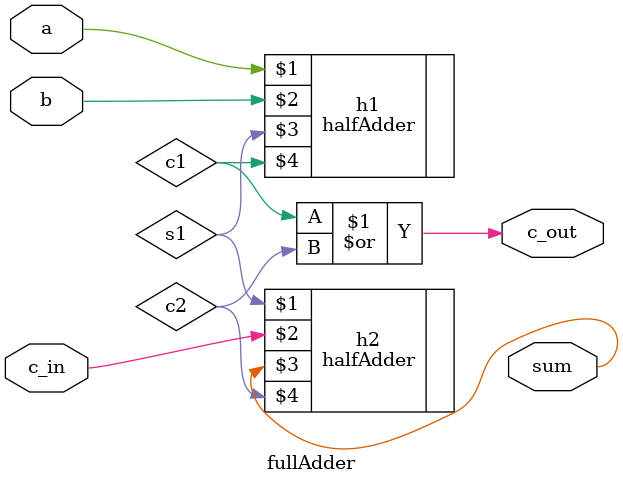
<source format=v>
`timescale 1ns / 1ps
module fullAdder(
	input a, b, c_in,
	output sum, c_out
	);
	
	wire s1, c1, c2;
	
	halfAdder h1(a, b, s1, c1);
	halfAdder h2 (s1, c_in, sum, c2);
	assign c_out = c1 | c2;
	
endmodule
</source>
